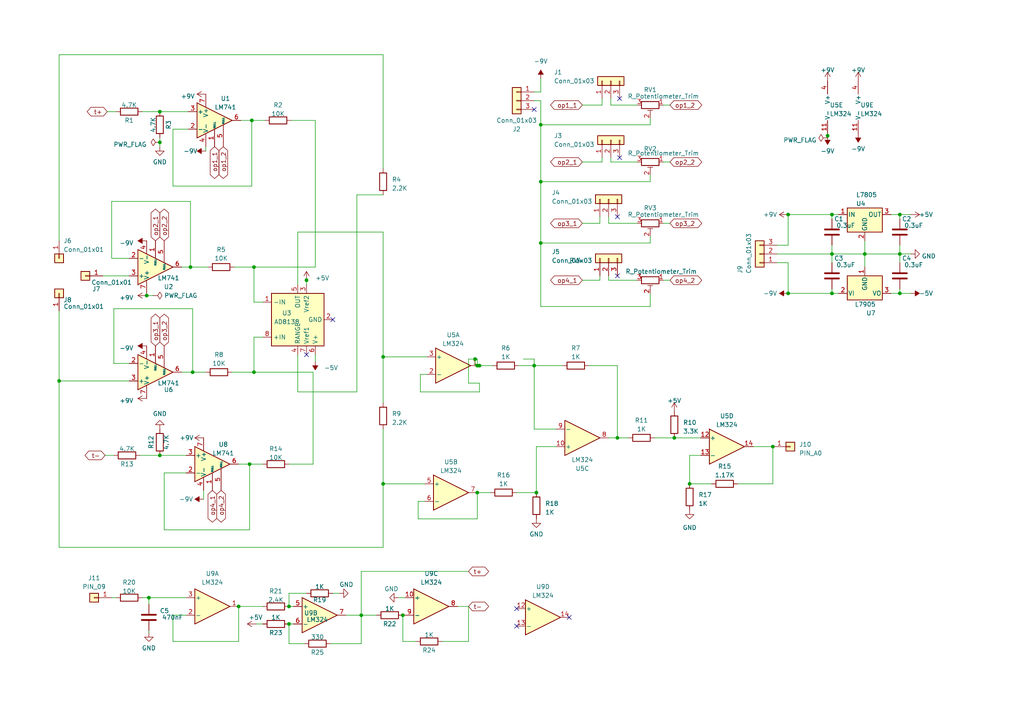
<source format=kicad_sch>
(kicad_sch (version 20230121) (generator eeschema)
  (paper "A4")
  (title_block (title "Fully Differential Potentiostat") (date "2023-05-15") (rev "1.0") (company "Felipe Avila Silva"))
  (lib_symbols
    (symbol "Amplifier_Difference:AD8207"
      (property "Reference" "U" (at -7.62 10.795 0))
      (property "Value" "AD8207" (at -7.62 8.89 0))
      (symbol "AD8207_0_1"
        (rectangle (start -7.62 7.62) (end 7.62 -7.62) (stroke (width 0.254)) (fill (type background)))
      )
      (symbol "AD8207_1_1"
        (pin input line (at 5.08 10.16 270) (length 2.54) (name "-IN") (number "1"))
        (pin power_in line (at 0 -10.16 90) (length 2.54) (name "GND") (number "2"))
        (pin input line (at 10.16 -2.54 180) (length 2.54) (name "Vref2") (number "3"))
        (pin input line (at -10.16 0 0) (length 2.54) (name "RANGE") (number "4"))
        (pin output line (at 10.16 0 180) (length 2.54) (name "OUT") (number "5"))
        (pin power_in line (at -10.16 -5.08 0) (length 2.54) (name "V+") (number "6"))
        (pin input line (at -10.16 -2.54 0) (length 2.54) (name "Vref1") (number "7"))
        (pin input line (at -5.08 10.16 270) (length 2.54) (name "+IN") (number "8"))
      )
    )
    (symbol "Amplifier_Operational:LM324" (pin_names (offset 0.127))
      (property "Reference" "U" (at 0 5.08 0))
      (property "Value" "LM324" (at 0 -5.08 0))
      (symbol "LM324_1_1"
        (polyline (pts (xy -5.08 5.08) (xy 5.08 0) (xy -5.08 -5.08) (xy -5.08 5.08)) (stroke (width 0.254)) (fill (type background)))
        (pin output line (at 7.62 0 180) (length 2.54) (name "~") (number "1"))
        (pin input line (at -7.62 -2.54 0) (length 2.54) (name "-") (number "2"))
        (pin input line (at -7.62 2.54 0) (length 2.54) (name "+") (number "3"))
      )
      (symbol "LM324_2_1"
        (polyline (pts (xy -5.08 5.08) (xy 5.08 0) (xy -5.08 -5.08) (xy -5.08 5.08)) (stroke (width 0.254)) (fill (type background)))
        (pin input line (at -7.62 2.54 0) (length 2.54) (name "+") (number "5"))
        (pin input line (at -7.62 -2.54 0) (length 2.54) (name "-") (number "6"))
        (pin output line (at 7.62 0 180) (length 2.54) (name "~") (number "7"))
      )
      (symbol "LM324_3_1"
        (polyline (pts (xy -5.08 5.08) (xy 5.08 0) (xy -5.08 -5.08) (xy -5.08 5.08)) (stroke (width 0.254)) (fill (type background)))
        (pin input line (at -7.62 2.54 0) (length 2.54) (name "+") (number "10"))
        (pin output line (at 7.62 0 180) (length 2.54) (name "~") (number "8"))
        (pin input line (at -7.62 -2.54 0) (length 2.54) (name "-") (number "9"))
      )
      (symbol "LM324_4_1"
        (polyline (pts (xy -5.08 5.08) (xy 5.08 0) (xy -5.08 -5.08) (xy -5.08 5.08)) (stroke (width 0.254)) (fill (type background)))
        (pin input line (at -7.62 2.54 0) (length 2.54) (name "+") (number "12"))
        (pin input line (at -7.62 -2.54 0) (length 2.54) (name "-") (number "13"))
        (pin output line (at 7.62 0 180) (length 2.54) (name "~") (number "14"))
      )
      (symbol "LM324_5_1"
        (pin power_in line (at -2.54 -7.62 90) (length 3.81) (name "V-") (number "11"))
        (pin power_in line (at -2.54 7.62 270) (length 3.81) (name "V+") (number "4"))
      )
    )
    (symbol "Amplifier_Operational:LM741" (pin_names (offset 0.127))
      (property "Reference" "U" (at 0 6.35 0))
      (property "Value" "LM741" (at 0 3.81 0))
      (symbol "LM741_0_1"
        (polyline (pts (xy -5.08 5.08) (xy 5.08 0) (xy -5.08 -5.08) (xy -5.08 5.08)) (stroke (width 0.254)) (fill (type background)))
      )
      (symbol "LM741_1_1"
        (pin input line (at 0 -7.62 90) (length 5.08) (name "NULL") (number "1"))
        (pin input line (at -7.62 -2.54 0) (length 2.54) (name "-") (number "2"))
        (pin input line (at -7.62 2.54 0) (length 2.54) (name "+") (number "3"))
        (pin power_in line (at -2.54 -7.62 90) (length 3.81) (name "V-") (number "4"))
        (pin input line (at 2.54 -7.62 90) (length 6.35) (name "NULL") (number "5"))
        (pin output line (at 7.62 0 180) (length 2.54) (name "~") (number "6"))
        (pin power_in line (at -2.54 7.62 270) (length 3.81) (name "V+") (number "7"))
        (pin no_connect line (at 0 2.54 270) (length 2.54) hide (name "NC") (number "8"))
      )
    )
    (symbol "Connector_Generic:Conn_01x01" (pin_names (offset 1.016) hide)
      (property "Reference" "J" (at 0 2.54 0))
      (property "Value" "Conn_01x01" (at 0 -2.54 0))
      (symbol "Conn_01x01_1_1"
        (rectangle (start -1.27 0.127) (end 0 -0.127) (stroke (width 0.1524)))
        (rectangle (start -1.27 1.27) (end 1.27 -1.27) (stroke (width 0.254)) (fill (type background)))
        (pin passive line (at -5.08 0 0) (length 3.81) (name "Pin_1") (number "1"))
      )
    )
    (symbol "Connector_Generic:Conn_01x03" (pin_names (offset 1.016) hide)
      (property "Reference" "J" (at 0 5.08 0))
      (property "Value" "Conn_01x03" (at 0 -5.08 0))
      (symbol "Conn_01x03_1_1"
        (rectangle (start -1.27 -2.413) (end 0 -2.667) (stroke (width 0.1524)))
        (rectangle (start -1.27 0.127) (end 0 -0.127) (stroke (width 0.1524)))
        (rectangle (start -1.27 2.667) (end 0 2.413) (stroke (width 0.1524)))
        (rectangle (start -1.27 3.81) (end 1.27 -3.81) (stroke (width 0.254)) (fill (type background)))
        (pin passive line (at -5.08 2.54 0) (length 3.81) (name "Pin_1") (number "1"))
        (pin passive line (at -5.08 0 0) (length 3.81) (name "Pin_2") (number "2"))
        (pin passive line (at -5.08 -2.54 0) (length 3.81) (name "Pin_3") (number "3"))
      )
    )
    (symbol "Device:C" (pin_numbers hide) (pin_names (offset 0.254))
      (property "Reference" "C" (at 0.635 2.54 0))
      (property "Value" "C" (at 0.635 -2.54 0))
      (symbol "C_0_1"
        (polyline (pts (xy -2.032 -0.762) (xy 2.032 -0.762)) (stroke (width 0.508)))
        (polyline (pts (xy -2.032 0.762) (xy 2.032 0.762)) (stroke (width 0.508)))
      )
      (symbol "C_1_1"
        (pin passive line (at 0 3.81 270) (length 2.794) (name "~") (number "1"))
        (pin passive line (at 0 -3.81 90) (length 2.794) (name "~") (number "2"))
      )
    )
    (symbol "Device:R" (pin_numbers hide) (pin_names (offset 0))
      (property "Reference" "R" (at 2.032 0 90))
      (property "Value" "R" (at 0 0 90))
      (symbol "R_0_1"
        (rectangle (start -1.016 -2.54) (end 1.016 2.54) (stroke (width 0.254)))
      )
      (symbol "R_1_1"
        (pin passive line (at 0 3.81 270) (length 1.27) (name "~") (number "1"))
        (pin passive line (at 0 -3.81 90) (length 1.27) (name "~") (number "2"))
      )
    )
    (symbol "Device:R_Potentiometer_Trim" (pin_names (offset 1.016) hide)
      (property "Reference" "RV" (at -4.445 0 90))
      (property "Value" "R_Potentiometer_Trim" (at -2.54 0 90))
      (symbol "R_Potentiometer_Trim_0_1"
        (polyline (pts (xy 1.524 0.762) (xy 1.524 -0.762)))
        (polyline (pts (xy 2.54 0) (xy 1.524 0)))
        (rectangle (start 1.016 2.54) (end -1.016 -2.54) (stroke (width 0.254)))
      )
      (symbol "R_Potentiometer_Trim_1_1"
        (pin passive line (at 0 3.81 270) (length 1.27) (name "1") (number "1"))
        (pin passive line (at 3.81 0 180) (length 1.27) (name "2") (number "2"))
        (pin passive line (at 0 -3.81 90) (length 1.27) (name "3") (number "3"))
      )
    )
    (symbol "Regulator_Linear:L7805" (pin_names (offset 0.254))
      (property "Reference" "U" (at -3.81 3.175 0))
      (property "Value" "L7805" (at 0 3.175 0))
      (symbol "L7805_0_1"
        (rectangle (start -5.08 1.905) (end 5.08 -5.08) (stroke (width 0.254)) (fill (type background)))
      )
      (symbol "L7805_1_1"
        (pin power_in line (at -7.62 0 0) (length 2.54) (name "IN") (number "1"))
        (pin power_in line (at 0 -7.62 90) (length 2.54) (name "GND") (number "2"))
        (pin power_out line (at 7.62 0 180) (length 2.54) (name "OUT") (number "3"))
      )
    )
    (symbol "Regulator_Linear:L7905" (pin_names (offset 0.254))
      (property "Reference" "U" (at -3.81 -3.175 0))
      (property "Value" "L7905" (at 0 -3.175 0))
      (symbol "L7905_0_1"
        (rectangle (start -5.08 5.08) (end 5.08 -1.905) (stroke (width 0.254)) (fill (type background)))
      )
      (symbol "L7905_1_1"
        (pin power_in line (at 0 7.62 270) (length 2.54) (name "GND") (number "1"))
        (pin power_in line (at -7.62 0 0) (length 2.54) (name "VI") (number "2"))
        (pin power_out line (at 7.62 0 180) (length 2.54) (name "VO") (number "3"))
      )
    )
    (symbol "power:+5V" (power) (pin_names (offset 0))
      (property "Value" "+5V" (at 0 3.556 0))
      (symbol "+5V_0_1"
        (polyline (pts (xy -0.762 1.27) (xy 0 2.54)))
        (polyline (pts (xy 0 0) (xy 0 2.54)))
        (polyline (pts (xy 0 2.54) (xy 0.762 1.27)))
      )
      (symbol "+5V_1_1"
        (pin power_in line (at 0 0 90) (length 0) hide (name "+5V") (number "1"))
      )
    )
    (symbol "power:+9V" (power) (pin_names (offset 0))
      (property "Value" "+9V" (at 0 3.556 0))
      (symbol "+9V_0_1"
        (polyline (pts (xy -0.762 1.27) (xy 0 2.54)))
        (polyline (pts (xy 0 0) (xy 0 2.54)))
        (polyline (pts (xy 0 2.54) (xy 0.762 1.27)))
      )
      (symbol "+9V_1_1"
        (pin power_in line (at 0 0 90) (length 0) hide (name "+9V") (number "1"))
      )
    )
    (symbol "power:-5V" (power) (pin_names (offset 0))
      (property "Value" "-5V" (at 0 3.81 0))
      (symbol "-5V_0_0"
        (pin power_in line (at 0 0 90) (length 0) hide (name "-5V") (number "1"))
      )
      (symbol "-5V_0_1"
        (polyline (pts (xy 0 0) (xy 0 1.27) (xy 0.762 1.27) (xy 0 2.54) (xy -0.762 1.27) (xy 0 1.27)) (fill (type outline)))
      )
    )
    (symbol "power:-9V" (power) (pin_names (offset 0))
      (property "Value" "-9V" (at 0 3.81 0))
      (symbol "-9V_0_1"
        (polyline (pts (xy 0 0) (xy 0 2.54)))
        (polyline (pts (xy 0.762 1.27) (xy -0.762 1.27) (xy 0 2.54) (xy 0.762 1.27)) (fill (type outline)))
      )
      (symbol "-9V_1_1"
        (pin power_in line (at 0 0 90) (length 0) hide (name "-9V") (number "1"))
      )
    )
    (symbol "power:GND" (power) (pin_names (offset 0))
      (property "Value" "GND" (at 0 -3.81 0))
      (symbol "GND_0_1"
        (polyline (pts (xy 0 0) (xy 0 -1.27) (xy 1.27 -1.27) (xy 0 -2.54) (xy -1.27 -1.27) (xy 0 -1.27)))
      )
      (symbol "GND_1_1"
        (pin power_in line (at 0 0 270) (length 0) hide (name "GND") (number "1"))
      )
    )
    (symbol "power:PWR_FLAG" (power) (pin_numbers hide) (pin_names (offset 0) hide)
      (property "Value" "PWR_FLAG" (at 0 3.81 0))
      (symbol "PWR_FLAG_0_0"
        (pin power_out line (at 0 0 90) (length 0) (name "pwr") (number "1"))
      )
      (symbol "PWR_FLAG_0_1"
        (polyline (pts (xy 0 0) (xy 0 1.27) (xy -1.016 1.905) (xy 0 2.54) (xy 1.016 1.905) (xy 0 1.27)))
      )
    )
  )
  (junction (at 46.355 32.385))
  (junction (at 154.94 106.045))
  (junction (at 156.845 52.705))
  (junction (at 55.88 107.95))
  (junction (at 17.145 110.49))
  (junction (at 250.825 73.66))
  (junction (at 240.03 39.37))
  (junction (at 104.775 178.435))
  (junction (at 228.6 62.23))
  (junction (at 73.66 77.47))
  (junction (at 156.845 36.195))
  (junction (at 139.065 106.045))
  (junction (at 241.3 73.66))
  (junction (at 42.545 85.725))
  (junction (at 138.43 106.045))
  (junction (at 83.82 180.975))
  (junction (at 241.3 62.23))
  (junction (at 73.025 34.925))
  (junction (at 155.575 142.875))
  (junction (at 228.6 85.09))
  (junction (at 88.9 81.28))
  (junction (at 200.025 140.335))
  (junction (at 179.07 127))
  (junction (at 55.245 77.47))
  (junction (at 46.355 132.08))
  (junction (at 72.39 134.62))
  (junction (at 116.84 178.435))
  (junction (at 69.215 175.895))
  (junction (at 224.155 129.54))
  (junction (at 156.845 70.485))
  (junction (at 46.355 41.275))
  (junction (at 73.66 107.95))
  (junction (at 43.18 173.355))
  (junction (at 138.43 142.875))
  (junction (at 83.82 175.895))
  (junction (at 137.795 104.14))
  (junction (at 260.985 73.66))
  (junction (at 195.58 127))
  (junction (at 260.985 62.23))
  (junction (at 241.3 85.09))
  (junction (at 111.125 140.335))
  (junction (at 111.125 103.505))
  (junction (at 260.985 85.09))
  (no_connect (at 149.86 176.53))
  (no_connect (at 179.07 62.865))
  (no_connect (at 179.705 28.575))
  (no_connect (at 88.9 102.87))
  (no_connect (at 154.94 31.75))
  (no_connect (at 179.07 80.01))
  (no_connect (at 179.705 45.72))
  (no_connect (at 149.86 181.61))
  (no_connect (at 165.1 179.07))
  (no_connect (at 96.52 92.71))
  (wire (pts (xy 52.705 107.95) (xy 55.88 107.95)))
  (wire (pts (xy 91.44 34.925) (xy 84.455 34.925)))
  (wire (pts (xy 90.805 134.62) (xy 83.82 134.62)))
  (wire (pts (xy 241.3 73.66) (xy 241.3 76.2)))
  (wire (pts (xy 161.29 129.54) (xy 155.575 129.54)))
  (wire (pts (xy 128.27 186.055) (xy 135.89 186.055)))
  (wire (pts (xy 59.055 142.24) (xy 59.055 144.78)))
  (wire (pts (xy 86.36 82.55) (xy 86.36 67.31)))
  (wire (pts (xy 228.6 76.2) (xy 228.6 85.09)))
  (wire (pts (xy 176.53 81.28) (xy 184.785 81.28)))
  (wire (pts (xy 195.58 127) (xy 203.2 127)))
  (wire (pts (xy 111.125 140.335) (xy 123.19 140.335)))
  (wire (pts (xy 33.02 105.41) (xy 37.465 105.41)))
  (wire (pts (xy 111.125 15.875) (xy 17.145 15.875)))
  (wire (pts (xy 168.91 46.99) (xy 174.625 46.99)))
  (wire (pts (xy 258.445 85.09) (xy 260.985 85.09)))
  (wire (pts (xy 260.985 71.12) (xy 260.985 73.66)))
  (wire (pts (xy 50.165 37.465) (xy 50.165 53.975)))
  (wire (pts (xy 83.82 172.085) (xy 83.82 175.895)))
  (wire (pts (xy 228.6 62.23) (xy 241.3 62.23)))
  (wire (pts (xy 155.575 129.54) (xy 155.575 142.875)))
  (wire (pts (xy 179.07 127) (xy 182.245 127)))
  (wire (pts (xy 32.385 74.93) (xy 32.385 58.42)))
  (wire (pts (xy 46.355 132.08) (xy 53.975 132.08)))
  (wire (pts (xy 200.025 140.335) (xy 206.375 140.335)))
  (wire (pts (xy 225.425 71.12) (xy 228.6 71.12)))
  (wire (pts (xy 88.9 80.645) (xy 88.9 81.28)))
  (wire (pts (xy 161.29 124.46) (xy 154.94 124.46)))
  (wire (pts (xy 69.85 34.925) (xy 73.025 34.925)))
  (wire (pts (xy 121.92 113.665) (xy 139.065 113.665)))
  (wire (pts (xy 139.065 106.045) (xy 142.875 106.045)))
  (wire (pts (xy 260.985 85.09) (xy 264.16 85.09)))
  (wire (pts (xy 154.94 106.045) (xy 150.495 106.045)))
  (wire (pts (xy 76.2 87.63) (xy 73.66 87.63)))
  (wire (pts (xy 260.985 73.66) (xy 260.985 76.2)))
  (wire (pts (xy 138.43 150.495) (xy 138.43 142.875)))
  (wire (pts (xy 173.99 64.77) (xy 173.99 62.865)))
  (wire (pts (xy 43.18 173.355) (xy 53.975 173.355)))
  (wire (pts (xy 55.245 58.42) (xy 55.245 77.47)))
  (wire (pts (xy 173.99 80.01) (xy 173.99 81.28)))
  (wire (pts (xy 156.845 36.195) (xy 156.845 52.705)))
  (wire (pts (xy 241.3 85.09) (xy 241.3 83.82)))
  (wire (pts (xy 156.845 70.485) (xy 156.845 88.9)))
  (wire (pts (xy 260.985 83.82) (xy 260.985 85.09)))
  (wire (pts (xy 225.425 76.2) (xy 228.6 76.2)))
  (wire (pts (xy 83.82 180.975) (xy 83.82 186.69)))
  (wire (pts (xy 250.825 73.66) (xy 250.825 69.85)))
  (wire (pts (xy 46.355 32.385) (xy 54.61 32.385)))
  (wire (pts (xy 260.985 62.23) (xy 264.16 62.23)))
  (wire (pts (xy 154.94 124.46) (xy 154.94 106.045)))
  (wire (pts (xy 224.155 129.54) (xy 218.44 129.54)))
  (wire (pts (xy 123.825 103.505) (xy 111.125 103.505)))
  (wire (pts (xy 188.595 85.09) (xy 188.595 88.9)))
  (wire (pts (xy 111.125 158.75) (xy 111.125 140.335)))
  (wire (pts (xy 67.31 107.95) (xy 73.66 107.95)))
  (wire (pts (xy 33.02 105.41) (xy 33.02 89.535)))
  (wire (pts (xy 73.66 107.95) (xy 73.66 97.79)))
  (wire (pts (xy 55.245 77.47) (xy 52.705 77.47)))
  (wire (pts (xy 17.145 15.875) (xy 17.145 69.85)))
  (wire (pts (xy 121.285 150.495) (xy 138.43 150.495)))
  (wire (pts (xy 170.815 106.045) (xy 179.07 106.045)))
  (wire (pts (xy 168.91 81.28) (xy 173.99 81.28)))
  (wire (pts (xy 43.18 175.26) (xy 43.18 173.355)))
  (wire (pts (xy 200.025 132.08) (xy 200.025 140.335)))
  (wire (pts (xy 90.805 107.95) (xy 73.66 107.95)))
  (wire (pts (xy 189.865 127) (xy 195.58 127)))
  (wire (pts (xy 17.145 158.75) (xy 111.125 158.75)))
  (wire (pts (xy 188.595 52.705) (xy 156.845 52.705)))
  (wire (pts (xy 42.545 85.725) (xy 42.545 85.09)))
  (wire (pts (xy 73.66 97.79) (xy 76.2 97.79)))
  (wire (pts (xy 168.91 30.48) (xy 174.625 30.48)))
  (wire (pts (xy 91.44 102.87) (xy 91.44 104.775)))
  (wire (pts (xy 17.145 110.49) (xy 17.145 158.75)))
  (wire (pts (xy 240.03 39.37) (xy 240.03 38.735)))
  (wire (pts (xy 156.845 29.21) (xy 156.845 36.195)))
  (wire (pts (xy 120.65 186.055) (xy 116.84 186.055)))
  (wire (pts (xy 103.505 113.665) (xy 103.505 56.515)))
  (wire (pts (xy 116.84 186.055) (xy 116.84 178.435)))
  (wire (pts (xy 154.94 26.67) (xy 156.845 26.67)))
  (wire (pts (xy 138.43 106.045) (xy 138.43 104.14)))
  (wire (pts (xy 123.19 145.415) (xy 121.285 145.415)))
  (wire (pts (xy 32.385 173.355) (xy 33.655 173.355)))
  (wire (pts (xy 104.775 178.435) (xy 109.22 178.435)))
  (wire (pts (xy 86.36 113.665) (xy 103.505 113.665)))
  (wire (pts (xy 224.155 140.335) (xy 224.155 129.54)))
  (wire (pts (xy 241.3 62.23) (xy 243.205 62.23)))
  (wire (pts (xy 17.145 90.17) (xy 17.145 110.49)))
  (wire (pts (xy 228.6 71.12) (xy 228.6 62.23)))
  (wire (pts (xy 154.94 29.21) (xy 156.845 29.21)))
  (wire (pts (xy 55.88 89.535) (xy 55.88 107.95)))
  (wire (pts (xy 37.465 110.49) (xy 17.145 110.49)))
  (wire (pts (xy 72.39 134.62) (xy 76.2 134.62)))
  (wire (pts (xy 139.065 106.045) (xy 138.43 106.045)))
  (wire (pts (xy 135.89 111.125) (xy 135.89 104.14)))
  (wire (pts (xy 50.165 178.435) (xy 50.165 186.055)))
  (wire (pts (xy 69.215 134.62) (xy 72.39 134.62)))
  (wire (pts (xy 137.795 106.045) (xy 137.795 104.14)))
  (wire (pts (xy 73.66 77.47) (xy 91.44 77.47)))
  (wire (pts (xy 86.36 67.31) (xy 111.125 67.31)))
  (wire (pts (xy 47.625 137.16) (xy 47.625 153.67)))
  (wire (pts (xy 88.9 82.55) (xy 88.9 81.28)))
  (wire (pts (xy 46.355 41.275) (xy 46.355 40.005)))
  (wire (pts (xy 139.065 113.665) (xy 139.065 111.125)))
  (wire (pts (xy 149.86 142.875) (xy 155.575 142.875)))
  (wire (pts (xy 241.3 73.66) (xy 250.825 73.66)))
  (wire (pts (xy 88.265 186.69) (xy 83.82 186.69)))
  (wire (pts (xy 177.165 45.72) (xy 177.165 46.99)))
  (wire (pts (xy 241.3 63.5) (xy 241.3 62.23)))
  (wire (pts (xy 135.89 186.055) (xy 135.89 175.895)))
  (wire (pts (xy 72.39 134.62) (xy 72.39 153.67)))
  (wire (pts (xy 138.43 104.14) (xy 137.795 104.14)))
  (wire (pts (xy 90.805 134.62) (xy 90.805 107.95)))
  (wire (pts (xy 69.215 175.895) (xy 76.2 175.895)))
  (wire (pts (xy 41.275 32.385) (xy 46.355 32.385)))
  (wire (pts (xy 225.425 73.66) (xy 241.3 73.66)))
  (wire (pts (xy 37.465 74.93) (xy 32.385 74.93)))
  (wire (pts (xy 176.53 62.865) (xy 176.53 64.77)))
  (wire (pts (xy 40.64 132.08) (xy 46.355 132.08)))
  (wire (pts (xy 194.31 46.99) (xy 192.405 46.99)))
  (wire (pts (xy 260.985 62.23) (xy 260.985 63.5)))
  (wire (pts (xy 188.595 36.195) (xy 188.595 34.29)))
  (wire (pts (xy 260.985 73.66) (xy 264.16 73.66)))
  (wire (pts (xy 177.165 30.48) (xy 184.785 30.48)))
  (wire (pts (xy 46.355 42.545) (xy 46.355 41.275)))
  (wire (pts (xy 104.775 165.735) (xy 104.775 178.435)))
  (wire (pts (xy 91.44 34.925) (xy 91.44 77.47)))
  (wire (pts (xy 29.845 80.01) (xy 37.465 80.01)))
  (wire (pts (xy 83.82 175.895) (xy 85.09 175.895)))
  (wire (pts (xy 59.69 42.545) (xy 59.69 43.815)))
  (wire (pts (xy 240.03 39.37) (xy 240.03 40.005)))
  (wire (pts (xy 95.885 186.69) (xy 104.775 186.69)))
  (wire (pts (xy 194.31 64.77) (xy 192.405 64.77)))
  (wire (pts (xy 174.625 28.575) (xy 174.625 30.48)))
  (wire (pts (xy 50.165 53.975) (xy 73.025 53.975)))
  (wire (pts (xy 111.125 140.335) (xy 111.125 124.46)))
  (wire (pts (xy 41.275 173.355) (xy 43.18 173.355)))
  (wire (pts (xy 115.57 173.355) (xy 117.475 173.355)))
  (wire (pts (xy 154.94 104.14) (xy 151.765 104.14)))
  (wire (pts (xy 121.285 145.415) (xy 121.285 150.495)))
  (wire (pts (xy 86.36 102.87) (xy 86.36 113.665)))
  (wire (pts (xy 177.165 28.575) (xy 177.165 30.48)))
  (wire (pts (xy 73.025 34.925) (xy 76.835 34.925)))
  (wire (pts (xy 32.385 58.42) (xy 55.245 58.42)))
  (wire (pts (xy 69.215 175.895) (xy 69.215 186.055)))
  (wire (pts (xy 138.43 106.045) (xy 137.795 106.045)))
  (wire (pts (xy 135.89 165.735) (xy 104.775 165.735)))
  (wire (pts (xy 50.165 186.055) (xy 69.215 186.055)))
  (wire (pts (xy 188.595 88.9) (xy 156.845 88.9)))
  (wire (pts (xy 177.165 46.99) (xy 184.785 46.99)))
  (wire (pts (xy 176.53 127) (xy 179.07 127)))
  (wire (pts (xy 243.205 85.09) (xy 241.3 85.09)))
  (wire (pts (xy 121.92 108.585) (xy 121.92 113.665)))
  (wire (pts (xy 73.66 87.63) (xy 73.66 77.47)))
  (wire (pts (xy 258.445 62.23) (xy 260.985 62.23)))
  (wire (pts (xy 31.115 32.385) (xy 33.655 32.385)))
  (wire (pts (xy 203.2 132.08) (xy 200.025 132.08)))
  (wire (pts (xy 228.6 85.09) (xy 241.3 85.09)))
  (wire (pts (xy 53.975 137.16) (xy 47.625 137.16)))
  (wire (pts (xy 55.245 77.47) (xy 60.325 77.47)))
  (wire (pts (xy 111.125 67.31) (xy 111.125 103.505)))
  (wire (pts (xy 74.295 180.975) (xy 76.2 180.975)))
  (wire (pts (xy 154.94 106.045) (xy 163.195 106.045)))
  (wire (pts (xy 139.065 111.125) (xy 135.89 111.125)))
  (wire (pts (xy 194.31 81.28) (xy 192.405 81.28)))
  (wire (pts (xy 53.975 178.435) (xy 50.165 178.435)))
  (wire (pts (xy 241.3 71.12) (xy 241.3 73.66)))
  (wire (pts (xy 194.31 30.48) (xy 192.405 30.48)))
  (wire (pts (xy 176.53 80.01) (xy 176.53 81.28)))
  (wire (pts (xy 213.995 140.335) (xy 224.155 140.335)))
  (wire (pts (xy 138.43 142.875) (xy 142.24 142.875)))
  (wire (pts (xy 176.53 64.77) (xy 184.785 64.77)))
  (wire (pts (xy 250.825 77.47) (xy 250.825 73.66)))
  (wire (pts (xy 174.625 45.72) (xy 174.625 46.99)))
  (wire (pts (xy 135.89 175.895) (xy 132.715 175.895)))
  (wire (pts (xy 154.94 106.045) (xy 154.94 104.14)))
  (wire (pts (xy 188.595 70.485) (xy 156.845 70.485)))
  (wire (pts (xy 111.125 103.505) (xy 111.125 116.84)))
  (wire (pts (xy 137.795 104.14) (xy 135.89 104.14)))
  (wire (pts (xy 188.595 68.58) (xy 188.595 70.485)))
  (wire (pts (xy 188.595 50.8) (xy 188.595 52.705)))
  (wire (pts (xy 156.845 52.705) (xy 156.845 70.485)))
  (wire (pts (xy 168.91 64.77) (xy 173.99 64.77)))
  (wire (pts (xy 54.61 37.465) (xy 50.165 37.465)))
  (wire (pts (xy 156.845 22.86) (xy 156.845 26.67)))
  (wire (pts (xy 156.845 36.195) (xy 188.595 36.195)))
  (wire (pts (xy 123.825 108.585) (xy 121.92 108.585)))
  (wire (pts (xy 117.475 178.435) (xy 116.84 178.435)))
  (wire (pts (xy 30.48 132.08) (xy 33.02 132.08)))
  (wire (pts (xy 103.505 56.515) (xy 111.125 56.515)))
  (wire (pts (xy 111.125 48.895) (xy 111.125 15.875)))
  (wire (pts (xy 67.945 77.47) (xy 73.66 77.47)))
  (wire (pts (xy 98.425 172.085) (xy 96.52 172.085)))
  (wire (pts (xy 47.625 153.67) (xy 72.39 153.67)))
  (wire (pts (xy 104.775 186.69) (xy 104.775 178.435)))
  (wire (pts (xy 44.45 85.725) (xy 42.545 85.725)))
  (wire (pts (xy 100.33 178.435) (xy 104.775 178.435)))
  (wire (pts (xy 55.88 107.95) (xy 59.69 107.95)))
  (wire (pts (xy 83.82 172.085) (xy 88.9 172.085)))
  (wire (pts (xy 83.82 180.975) (xy 85.09 180.975)))
  (wire (pts (xy 179.07 106.045) (xy 179.07 127)))
  (wire (pts (xy 73.025 34.925) (xy 73.025 53.975)))
  (wire (pts (xy 43.18 183.515) (xy 43.18 182.88)))
  (wire (pts (xy 250.825 73.66) (xy 260.985 73.66)))
  (wire (pts (xy 33.02 89.535) (xy 55.88 89.535)))
  (global_label "t+" (shape bidirectional) (at 135.89 165.735 0) (property "Intersheetrefs" "${INTERSHEET_REFS}" (effects hide)))
  (global_label "op2_2" (shape bidirectional) (at 194.31 46.99 0) (property "Intersheetrefs" "${INTERSHEET_REFS}" (effects hide)))
  (global_label "op3_1" (shape bidirectional) (at 168.91 64.77 180) (property "Intersheetrefs" "${INTERSHEET_REFS}" (effects hide)))
  (global_label "op3_2" (shape bidirectional) (at 194.31 64.77 0) (property "Intersheetrefs" "${INTERSHEET_REFS}" (effects hide)))
  (global_label "op1_1" (shape bidirectional) (at 168.91 30.48 180) (property "Intersheetrefs" "${INTERSHEET_REFS}" (effects hide)))
  (global_label "op3_1" (shape bidirectional) (at 45.085 100.33 90) (property "Intersheetrefs" "${INTERSHEET_REFS}" (effects hide)))
  (global_label "t+" (shape bidirectional) (at 31.115 32.385 180) (property "Intersheetrefs" "${INTERSHEET_REFS}" (effects hide)))
  (global_label "op4_1" (shape bidirectional) (at 168.91 81.28 180) (property "Intersheetrefs" "${INTERSHEET_REFS}" (effects hide)))
  (global_label "op2_1" (shape bidirectional) (at 45.085 69.85 90) (property "Intersheetrefs" "${INTERSHEET_REFS}" (effects hide)))
  (global_label "op3_2" (shape bidirectional) (at 47.625 100.33 90) (property "Intersheetrefs" "${INTERSHEET_REFS}" (effects hide)))
  (global_label "op1_2" (shape bidirectional) (at 64.77 42.545 270) (property "Intersheetrefs" "${INTERSHEET_REFS}" (effects hide)))
  (global_label "op4_2" (shape bidirectional) (at 194.31 81.28 0) (property "Intersheetrefs" "${INTERSHEET_REFS}" (effects hide)))
  (global_label "t-" (shape bidirectional) (at 135.89 175.895 0) (property "Intersheetrefs" "${INTERSHEET_REFS}" (effects hide)))
  (global_label "op1_1" (shape bidirectional) (at 62.23 42.545 270) (property "Intersheetrefs" "${INTERSHEET_REFS}" (effects hide)))
  (global_label "op4_2" (shape bidirectional) (at 64.135 142.24 270) (property "Intersheetrefs" "${INTERSHEET_REFS}" (effects hide)))
  (global_label "op2_1" (shape bidirectional) (at 168.91 46.99 180) (property "Intersheetrefs" "${INTERSHEET_REFS}" (effects hide)))
  (global_label "op4_1" (shape bidirectional) (at 61.595 142.24 270) (property "Intersheetrefs" "${INTERSHEET_REFS}" (effects hide)))
  (global_label "t-" (shape bidirectional) (at 30.48 132.08 180) (property "Intersheetrefs" "${INTERSHEET_REFS}" (effects hide)))
  (global_label "op2_2" (shape bidirectional) (at 47.625 69.85 90) (property "Intersheetrefs" "${INTERSHEET_REFS}" (effects hide)))
  (global_label "op1_2" (shape bidirectional) (at 194.31 30.48 0) (property "Intersheetrefs" "${INTERSHEET_REFS}" (effects hide)))
  (symbol (lib_id "power:PWR_FLAG") (at 44.45 85.725 270) (unit 1)
    (property "Reference" "#FLG02" (effects hide))
    (property "Value" "PWR_FLAG" (at 47.625 85.725 90) (effects (justify left)))
  )
  (symbol (lib_id "power:+5V") (at 264.16 62.23 270) (unit 1)
    (property "Reference" "#PWR09" (effects hide))
    (property "Value" "+5V" (at 268.605 62.23 90))
  )
  (symbol (lib_id "power:GND") (at 155.575 150.495 0) (unit 1)
    (property "Reference" "#PWR023" (effects hide))
    (property "Value" "GND" (at 155.575 154.94 0))
  )
  (symbol (lib_id "power:+9V") (at 42.545 115.57 90) (mirror x) (unit 1)
    (property "Reference" "#PWR013" (effects hide))
    (property "Value" "+9V" (at 38.735 116.205 90) (effects (justify left)))
  )
  (symbol (lib_id "Device:R") (at 111.125 52.705 180) (unit 1)
    (property "Reference" "R4" (at 113.665 52.07 0) (effects (justify right)))
    (property "Value" "2.2K" (at 113.665 54.61 0) (effects (justify right)))
    (property "Footprint" "Resistor_THT:R_Axial_DIN0207_L6.3mm_D2.5mm_P10.16mm_Horizontal" (effects hide))
  )
  (symbol (lib_id "Amplifier_Operational:LM324") (at 157.48 179.07 0) (unit 4)
    (property "Reference" "U9" (at 157.48 170.18 0))
    (property "Value" "LM324" (at 157.48 172.72 0))
    (property "Footprint" "lm324:DIP825W47P254L1917H533Q14" (effects hide))
    (property "Datasheet" "http://www.ti.com/lit/ds/symlink/lm2902-n.pdf" (effects hide))
  )
  (symbol (lib_id "power:+9V") (at 59.69 27.305 90) (unit 1)
    (property "Reference" "#PWR02" (effects hide))
    (property "Value" "+9V" (at 56.515 27.94 90) (effects (justify left)))
  )
  (symbol (lib_id "Amplifier_Operational:LM741") (at 45.085 107.95 0) (mirror x) (unit 1)
    (property "Reference" "U6" (at 48.895 113.03 0))
    (property "Value" "LM741" (at 48.895 111.125 0))
    (property "Footprint" "lm741:DIP794W45P254L959H508Q8" (effects hide))
    (property "Datasheet" "http://www.ti.com/lit/ds/symlink/lm741.pdf" (effects hide))
  )
  (symbol (lib_id "Device:R") (at 186.055 127 270) (unit 1)
    (property "Reference" "R11" (at 186.055 121.92 90))
    (property "Value" "1K" (at 186.055 124.46 90))
    (property "Footprint" "Resistor_THT:R_Axial_DIN0207_L6.3mm_D2.5mm_P10.16mm_Horizontal" (effects hide))
  )
  (symbol (lib_id "power:-9V") (at 42.545 69.85 90) (mirror x) (unit 1)
    (property "Reference" "#PWR05" (effects hide))
    (property "Value" "-9V" (at 38.735 70.485 90) (effects (justify left)))
  )
  (symbol (lib_id "Connector_Generic:Conn_01x01") (at 17.145 74.93 270) (unit 1)
    (property "Reference" "J6" (at 18.415 69.85 90) (effects (justify left)))
    (property "Value" "Conn_01x01" (at 18.415 72.39 90) (effects (justify left)))
    (property "Footprint" "Connector_PinHeader_2.54mm:PinHeader_1x01_P2.54mm_Vertical" (effects hide))
  )
  (symbol (lib_id "power:+9V") (at 42.545 85.725 90) (mirror x) (unit 1)
    (property "Reference" "#PWR07" (effects hide))
    (property "Value" "+9V" (at 38.735 86.36 90) (effects (justify left)))
  )
  (symbol (lib_id "Device:R") (at 146.685 106.045 270) (unit 1)
    (property "Reference" "R6" (at 146.685 100.965 90))
    (property "Value" "1K" (at 146.685 103.505 90))
    (property "Footprint" "Resistor_THT:R_Axial_DIN0207_L6.3mm_D2.5mm_P10.16mm_Horizontal" (effects hide))
  )
  (symbol (lib_id "Amplifier_Operational:LM324") (at 210.82 129.54 0) (unit 4)
    (property "Reference" "U5" (at 210.82 120.65 0))
    (property "Value" "LM324" (at 210.82 123.19 0))
    (property "Footprint" "lm324:DIP825W47P254L1917H533Q14" (effects hide))
    (property "Datasheet" "http://www.ti.com/lit/ds/symlink/lm2902-n.pdf" (effects hide))
  )
  (symbol (lib_id "power:+5V") (at 74.295 180.975 90) (unit 1)
    (property "Reference" "#PWR028" (effects hide))
    (property "Value" "+5V" (at 76.2 179.07 90) (effects (justify left)))
  )
  (symbol (lib_id "Connector_Generic:Conn_01x03") (at 220.345 73.66 180) (unit 1)
    (property "Reference" "J9" (at 214.63 79.375 90) (effects (justify right)))
    (property "Value" "Conn_01x03" (at 217.17 79.375 90) (effects (justify right)))
    (property "Footprint" "Connector_Stocko:Stocko_MKS_1653-6-0-303_1x3_P2.50mm_Vertical" (effects hide))
  )
  (symbol (lib_id "Device:R") (at 146.05 142.875 270) (unit 1)
    (property "Reference" "R16" (at 146.05 137.795 90))
    (property "Value" "1K" (at 146.05 140.335 90))
    (property "Footprint" "Resistor_THT:R_Axial_DIN0207_L6.3mm_D2.5mm_P10.16mm_Horizontal" (effects hide))
  )
  (symbol (lib_id "Amplifier_Operational:LM324") (at 168.91 127 0) (mirror x) (unit 3)
    (property "Reference" "U5" (at 168.91 135.89 0))
    (property "Value" "LM324" (at 168.91 133.35 0))
    (property "Footprint" "lm324:DIP825W47P254L1917H533Q14" (effects hide))
    (property "Datasheet" "http://www.ti.com/lit/ds/symlink/lm2902-n.pdf" (effects hide))
  )
  (symbol (lib_id "power:-9V") (at 248.92 38.735 180) (unit 1)
    (property "Reference" "#PWR024" (effects hide))
    (property "Value" "-9V" (at 248.92 43.18 0))
  )
  (symbol (lib_id "Device:C") (at 241.3 67.31 0) (unit 1)
    (property "Reference" "C1" (at 241.935 63.5 0) (effects (justify left)))
    (property "Value" "0.3uF" (at 242.57 65.405 0) (effects (justify left)))
    (property "Footprint" "Capacitor_THT:CP_Radial_D5.0mm_P2.00mm" (effects hide))
  )
  (symbol (lib_id "Connector_Generic:Conn_01x03") (at 176.53 57.785 90) (unit 1)
    (property "Reference" "J4" (at 160.02 55.88 90) (effects (justify right)))
    (property "Value" "Conn_01x03" (at 160.02 58.42 90) (effects (justify right)))
    (property "Footprint" "Connector_PinHeader_2.54mm:PinHeader_1x03_P2.54mm_Vertical" (effects hide))
  )
  (symbol (lib_id "power:GND") (at 200.025 147.955 0) (unit 1)
    (property "Reference" "#PWR022" (effects hide))
    (property "Value" "GND" (at 200.025 153.035 0))
  )
  (symbol (lib_id "Regulator_Linear:L7805") (at 250.825 62.23 0) (unit 1)
    (property "Reference" "U4" (at 248.285 59.055 0) (effects (justify left)))
    (property "Value" "L7805" (at 248.285 56.515 0) (effects (justify left)))
    (property "Footprint" "l7805:TO255P1020X450X2000-3" (effects hide))
    (property "Datasheet" "http://www.st.com/content/ccc/resource/technical/document/datasheet/41/4f/b3/b0/12/d4/47/88/CD00000444.pdf/files/CD00000444.pdf/jcr:content/translations/en.CD00000444.pdf" (effects hide))
  )
  (symbol (lib_id "Device:R") (at 124.46 186.055 90) (unit 1)
    (property "Reference" "R24" (at 124.46 188.595 90))
    (property "Value" "1K" (at 124.46 184.15 90))
    (property "Footprint" "Resistor_THT:R_Axial_DIN0207_L6.3mm_D2.5mm_P10.16mm_Horizontal" (effects hide))
  )
  (symbol (lib_id "Device:R") (at 64.135 77.47 90) (unit 1)
    (property "Reference" "R5" (at 64.135 72.39 90))
    (property "Value" "10K" (at 64.135 74.93 90))
    (property "Footprint" "Resistor_THT:R_Axial_DIN0207_L6.3mm_D2.5mm_P10.16mm_Horizontal" (effects hide))
  )
  (symbol (lib_id "power:+9V") (at 240.03 23.495 0) (unit 1)
    (property "Reference" "#PWR019" (effects hide))
    (property "Value" "+9V" (at 240.03 20.32 0))
  )
  (symbol (lib_id "Device:R") (at 92.075 186.69 90) (unit 1)
    (property "Reference" "R25" (at 92.075 189.23 90))
    (property "Value" "330" (at 92.075 184.785 90))
    (property "Footprint" "Resistor_THT:R_Axial_DIN0207_L6.3mm_D2.5mm_P10.16mm_Horizontal" (effects hide))
  )
  (symbol (lib_id "Device:R") (at 92.71 172.085 90) (unit 1)
    (property "Reference" "R19" (at 92.71 173.99 90))
    (property "Value" "1K" (at 92.71 170.18 90))
    (property "Footprint" "Resistor_THT:R_Axial_DIN0207_L6.3mm_D2.5mm_P10.16mm_Horizontal" (effects hide))
  )
  (symbol (lib_id "Amplifier_Operational:LM324") (at 251.46 31.115 0) (unit 5)
    (property "Reference" "U9" (at 249.555 30.48 0) (effects (justify left)))
    (property "Value" "LM324" (at 249.555 33.02 0) (effects (justify left)))
    (property "Footprint" "lm324:DIP825W47P254L1917H533Q14" (effects hide))
    (property "Datasheet" "http://www.ti.com/lit/ds/symlink/lm2902-n.pdf" (effects hide))
  )
  (symbol (lib_id "Connector_Generic:Conn_01x03") (at 177.165 23.495 90) (unit 1)
    (property "Reference" "J1" (at 160.655 20.955 90) (effects (justify right)))
    (property "Value" "Conn_01x03" (at 160.655 23.495 90) (effects (justify right)))
    (property "Footprint" "Connector_PinHeader_2.54mm:PinHeader_1x03_P2.54mm_Vertical" (effects hide))
  )
  (symbol (lib_id "power:-5V") (at 264.16 85.09 270) (unit 1)
    (property "Reference" "#PWR016" (effects hide))
    (property "Value" "-5V" (at 268.605 85.09 90))
  )
  (symbol (lib_id "Device:R") (at 200.025 144.145 0) (unit 1)
    (property "Reference" "R17" (at 202.565 143.51 0) (effects (justify left)))
    (property "Value" "1K" (at 202.565 146.05 0) (effects (justify left)))
    (property "Footprint" "Resistor_THT:R_Axial_DIN0207_L6.3mm_D2.5mm_P10.16mm_Horizontal" (effects hide))
  )
  (symbol (lib_id "Amplifier_Operational:LM741") (at 61.595 134.62 0) (unit 1)
    (property "Reference" "U8" (at 64.77 128.905 0))
    (property "Value" "LM741" (at 64.77 131.445 0))
    (property "Footprint" "lm741:DIP794W45P254L959H508Q8" (effects hide))
    (property "Datasheet" "http://www.ti.com/lit/ds/symlink/lm741.pdf" (effects hide))
  )
  (symbol (lib_id "power:GND") (at 46.355 42.545 0) (unit 1)
    (property "Reference" "#PWR03" (effects hide))
    (property "Value" "GND" (at 46.355 46.99 0))
  )
  (symbol (lib_id "power:-9V") (at 59.69 43.815 90) (unit 1)
    (property "Reference" "#PWR04" (effects hide))
    (property "Value" "-9V" (at 55.245 43.815 90))
  )
  (symbol (lib_id "Device:C") (at 260.985 80.01 0) (unit 1)
    (property "Reference" "C4" (at 261.62 74.93 0) (effects (justify left)))
    (property "Value" "0.3uF" (at 262.255 76.835 0) (effects (justify left)))
    (property "Footprint" "Capacitor_THT:CP_Radial_D5.0mm_P2.00mm" (effects hide))
  )
  (symbol (lib_id "Device:R") (at 80.645 34.925 90) (unit 1)
    (property "Reference" "R2" (at 80.645 30.48 90))
    (property "Value" "10K" (at 80.645 33.02 90))
    (property "Footprint" "Resistor_THT:R_Axial_DIN0207_L6.3mm_D2.5mm_P10.16mm_Horizontal" (effects hide))
  )
  (symbol (lib_id "Device:R") (at 195.58 123.19 0) (unit 1)
    (property "Reference" "R10" (at 198.12 122.555 0) (effects (justify left)))
    (property "Value" "3.3K" (at 198.12 125.095 0) (effects (justify left)))
    (property "Footprint" "Resistor_THT:R_Axial_DIN0207_L6.3mm_D2.5mm_P10.16mm_Horizontal" (effects hide))
  )
  (symbol (lib_id "Device:R") (at 63.5 107.95 90) (unit 1)
    (property "Reference" "R8" (at 63.5 102.87 90))
    (property "Value" "10K" (at 63.5 105.41 90))
    (property "Footprint" "Resistor_THT:R_Axial_DIN0207_L6.3mm_D2.5mm_P10.16mm_Horizontal" (effects hide))
  )
  (symbol (lib_id "Device:R") (at 167.005 106.045 270) (unit 1)
    (property "Reference" "R7" (at 167.005 100.965 90))
    (property "Value" "1K" (at 167.005 103.505 90))
    (property "Footprint" "Resistor_THT:R_Axial_DIN0207_L6.3mm_D2.5mm_P10.16mm_Horizontal" (effects hide))
  )
  (symbol (lib_id "power:-9V") (at 228.6 85.09 90) (unit 1)
    (property "Reference" "#PWR015" (effects hide))
    (property "Value" "-9V" (at 225.425 85.09 90) (effects (justify left)))
  )
  (symbol (lib_id "Connector_Generic:Conn_01x03") (at 176.53 74.93 90) (unit 1)
    (property "Reference" "J5" (at 160.02 73.025 90) (effects (justify right)))
    (property "Value" "Conn_01x03" (at 160.02 75.565 90) (effects (justify right)))
    (property "Footprint" "Connector_PinHeader_2.54mm:PinHeader_1x03_P2.54mm_Vertical" (effects hide))
  )
  (symbol (lib_id "Device:C") (at 260.985 67.31 0) (unit 1)
    (property "Reference" "C2" (at 261.62 63.5 0) (effects (justify left)))
    (property "Value" "0.3uF" (at 262.255 65.405 0) (effects (justify left)))
    (property "Footprint" "Capacitor_THT:CP_Radial_D5.0mm_P2.00mm" (effects hide))
  )
  (symbol (lib_id "Amplifier_Operational:LM324") (at 131.445 106.045 0) (unit 1)
    (property "Reference" "U5" (at 131.445 97.155 0))
    (property "Value" "LM324" (at 131.445 99.695 0))
    (property "Footprint" "lm324:DIP825W47P254L1917H533Q14" (effects hide))
    (property "Datasheet" "http://www.ti.com/lit/ds/symlink/lm2902-n.pdf" (effects hide))
  )
  (symbol (lib_id "Device:R_Potentiometer_Trim") (at 188.595 64.77 270) (unit 1)
    (property "Reference" "RV3" (at 188.595 60.325 90))
    (property "Value" "R_Potentiometer_Trim" (at 192.405 62.23 90))
    (property "Footprint" "Potentiometer_THT:Potentiometer_Bourns_3296W_Vertical" (effects hide))
  )
  (symbol (lib_id "Amplifier_Operational:LM324") (at 130.81 142.875 0) (unit 2)
    (property "Reference" "U5" (at 130.81 133.985 0))
    (property "Value" "LM324" (at 130.81 136.525 0))
    (property "Footprint" "lm324:DIP825W47P254L1917H533Q14" (effects hide))
    (property "Datasheet" "http://www.ti.com/lit/ds/symlink/lm2902-n.pdf" (effects hide))
  )
  (symbol (lib_id "power:PWR_FLAG") (at 240.03 40.005 90) (unit 1)
    (property "Reference" "#FLG03" (effects hide))
    (property "Value" "PWR_FLAG" (at 236.855 40.64 90) (effects (justify left)))
  )
  (symbol (lib_id "Connector_Generic:Conn_01x01") (at 229.235 129.54 0) (unit 1)
    (property "Reference" "J10" (at 231.775 128.905 0) (effects (justify left)))
    (property "Value" "PIN_A0" (at 231.775 131.445 0) (effects (justify left)))
    (property "Footprint" "Connector_PinHeader_2.54mm:PinHeader_1x01_P2.54mm_Vertical" (effects hide))
  )
  (symbol (lib_id "Connector_Generic:Conn_01x01") (at 27.305 173.355 180) (unit 1)
    (property "Reference" "J11" (at 27.305 167.64 0))
    (property "Value" "PIN_09" (at 27.305 170.18 0))
    (property "Footprint" "Connector_PinHeader_2.54mm:PinHeader_1x01_P2.54mm_Vertical" (effects hide))
  )
  (symbol (lib_id "power:GND") (at 115.57 173.355 270) (unit 1)
    (property "Reference" "#PWR027" (effects hide))
    (property "Value" "GND" (at 115.57 170.815 90) (effects (justify right)))
  )
  (symbol (lib_id "Device:R") (at 80.01 180.975 90) (unit 1)
    (property "Reference" "R23" (at 80.01 183.515 90))
    (property "Value" "1K" (at 80.01 179.07 90))
    (property "Footprint" "Resistor_THT:R_Axial_DIN0207_L6.3mm_D2.5mm_P10.16mm_Horizontal" (effects hide))
  )
  (symbol (lib_id "power:GND") (at 264.16 73.66 90) (unit 1)
    (property "Reference" "#PWR012" (effects hide))
    (property "Value" "GND" (at 267.335 74.295 90) (effects (justify right)))
  )
  (symbol (lib_id "Connector_Generic:Conn_01x01") (at 17.145 85.09 90) (unit 1)
    (property "Reference" "J8" (at 18.415 86.995 90) (effects (justify right)))
    (property "Value" "Conn_01x01" (at 18.415 88.9 90) (effects (justify right)))
    (property "Footprint" "Connector_PinHeader_2.54mm:PinHeader_1x01_P2.54mm_Vertical" (effects hide))
  )
  (symbol (lib_id "Device:R") (at 113.03 178.435 90) (unit 1)
    (property "Reference" "R22" (at 113.03 180.975 90))
    (property "Value" "1K" (at 113.03 176.53 90))
    (property "Footprint" "Resistor_THT:R_Axial_DIN0207_L6.3mm_D2.5mm_P10.16mm_Horizontal" (effects hide))
  )
  (symbol (lib_id "Device:R") (at 111.125 120.65 180) (unit 1)
    (property "Reference" "R9" (at 113.665 120.015 0) (effects (justify right)))
    (property "Value" "2.2K" (at 113.665 122.555 0) (effects (justify right)))
    (property "Footprint" "Resistor_THT:R_Axial_DIN0207_L6.3mm_D2.5mm_P10.16mm_Horizontal" (effects hide))
  )
  (symbol (lib_id "power:-9V") (at 42.545 100.33 90) (mirror x) (unit 1)
    (property "Reference" "#PWR010" (effects hide))
    (property "Value" "-9V" (at 38.735 100.965 90) (effects (justify left)))
  )
  (symbol (lib_id "Amplifier_Operational:LM741") (at 45.085 77.47 0) (mirror x) (unit 1)
    (property "Reference" "U2" (at 48.895 83.185 0))
    (property "Value" "LM741" (at 48.895 80.645 0))
    (property "Footprint" "lm741:DIP794W45P254L959H508Q8" (effects hide))
    (property "Datasheet" "http://www.ti.com/lit/ds/symlink/lm741.pdf" (effects hide))
  )
  (symbol (lib_id "Device:R") (at 80.01 175.895 90) (unit 1)
    (property "Reference" "R21" (at 80.01 171.45 90))
    (property "Value" "2.4K" (at 80.01 173.99 90))
    (property "Footprint" "Resistor_THT:R_Axial_DIN0207_L6.3mm_D2.5mm_P10.16mm_Horizontal" (effects hide))
  )
  (symbol (lib_id "power:GND") (at 46.355 124.46 180) (unit 1)
    (property "Reference" "#PWR017" (effects hide))
    (property "Value" "GND" (at 46.355 120.015 0))
  )
  (symbol (lib_id "Device:R") (at 46.355 36.195 180) (unit 1)
    (property "Reference" "R3" (at 48.895 36.195 90))
    (property "Value" "4.7K" (at 44.45 36.195 90))
    (property "Footprint" "Resistor_THT:R_Axial_DIN0207_L6.3mm_D2.5mm_P10.16mm_Horizontal" (effects hide))
  )
  (symbol (lib_id "Device:C") (at 43.18 179.07 0) (unit 1)
    (property "Reference" "C5" (at 46.355 177.165 0) (effects (justify left)))
    (property "Value" "470nF" (at 46.99 179.07 0) (effects (justify left)))
    (property "Footprint" "Capacitor_THT:C_Rect_L19.0mm_W6.0mm_P15.00mm_MKS4" (effects hide))
  )
  (symbol (lib_id "Device:R_Potentiometer_Trim") (at 188.595 81.28 270) (unit 1)
    (property "Reference" "RV4" (at 167.005 75.565 90))
    (property "Value" "R_Potentiometer_Trim" (at 191.77 78.74 90))
    (property "Footprint" "Potentiometer_THT:Potentiometer_Bourns_3296W_Vertical" (effects hide))
  )
  (symbol (lib_id "power:GND") (at 98.425 172.085 90) (unit 1)
    (property "Reference" "#PWR026" (effects hide))
    (property "Value" "GND" (at 98.425 169.545 90) (effects (justify right)))
  )
  (symbol (lib_id "Device:R") (at 155.575 146.685 0) (unit 1)
    (property "Reference" "R18" (at 158.115 146.05 0) (effects (justify left)))
    (property "Value" "1K" (at 158.115 148.59 0) (effects (justify left)))
    (property "Footprint" "Resistor_THT:R_Axial_DIN0207_L6.3mm_D2.5mm_P10.16mm_Horizontal" (effects hide))
  )
  (symbol (lib_id "Amplifier_Operational:LM324") (at 92.71 178.435 0) (unit 2)
    (property "Reference" "U9" (at 90.17 177.8 0))
    (property "Value" "LM324" (at 92.075 179.705 0))
    (property "Footprint" "lm324:DIP825W47P254L1917H533Q14" (effects hide))
    (property "Datasheet" "http://www.ti.com/lit/ds/symlink/lm2902-n.pdf" (effects hide))
  )
  (symbol (lib_id "Connector_Generic:Conn_01x01") (at 24.765 80.01 180) (unit 1)
    (property "Reference" "J7" (at 27.94 83.82 0))
    (property "Value" "Conn_01x01" (at 32.385 81.915 0))
    (property "Footprint" "Connector_PinHeader_2.54mm:PinHeader_1x01_P2.54mm_Vertical" (effects hide))
  )
  (symbol (lib_id "Amplifier_Operational:LM324") (at 242.57 31.115 0) (unit 5) (in_bom no) (on_board no)
    (property "Reference" "U5" (at 240.665 30.48 0) (effects (justify left)))
    (property "Value" "LM324" (at 240.665 33.02 0) (effects (justify left)))
    (property "Footprint" "lm324:DIP825W47P254L1917H533Q14" (effects hide))
    (property "Datasheet" "http://www.ti.com/lit/ds/symlink/lm2902-n.pdf" (effects hide))
    (property "Sim.Enable" "0" (effects hide))
  )
  (symbol (lib_id "Device:R_Potentiometer_Trim") (at 188.595 30.48 270) (unit 1)
    (property "Reference" "RV1" (at 188.595 26.035 90))
    (property "Value" "R_Potentiometer_Trim" (at 192.405 27.94 90))
    (property "Footprint" "Potentiometer_THT:Potentiometer_Bourns_3296W_Vertical" (effects hide))
  )
  (symbol (lib_id "power:+5V") (at 195.58 119.38 0) (unit 1)
    (property "Reference" "#PWR014" (effects hide))
    (property "Value" "+5V" (at 195.58 116.205 0))
  )
  (symbol (lib_id "power:+5V") (at 88.9 81.28 0) (unit 1)
    (property "Reference" "#PWR06" (effects hide))
    (property "Value" "+5V" (at 91.44 80.645 0) (effects (justify left)))
  )
  (symbol (lib_id "Amplifier_Operational:LM741") (at 62.23 34.925 0) (unit 1)
    (property "Reference" "U1" (at 65.405 28.575 0))
    (property "Value" "LM741" (at 65.405 31.115 0))
    (property "Footprint" "lm741:DIP794W45P254L959H508Q8" (effects hide))
    (property "Datasheet" "http://www.ti.com/lit/ds/symlink/lm741.pdf" (effects hide))
  )
  (symbol (lib_id "Connector_Generic:Conn_01x03") (at 149.86 29.21 0) (mirror y) (unit 1)
    (property "Reference" "J2" (at 149.86 37.465 0))
    (property "Value" "Conn_01x03" (at 149.86 34.925 0))
    (property "Footprint" "Connector_PinHeader_2.54mm:PinHeader_1x03_P2.54mm_Vertical" (effects hide))
  )
  (symbol (lib_id "power:-9V") (at 59.055 144.78 90) (unit 1)
    (property "Reference" "#PWR021" (effects hide))
    (property "Value" "-9V" (at 53.975 144.78 90))
  )
  (symbol (lib_id "Regulator_Linear:L7905") (at 250.825 85.09 0) (unit 1)
    (property "Reference" "U7" (at 254 90.805 0) (effects (justify right)))
    (property "Value" "L7905" (at 254 88.265 0) (effects (justify right)))
    (property "Footprint" "TO255P1020X450X2000-3" (effects hide))
    (property "Datasheet" "http://www.st.com/content/ccc/resource/technical/document/datasheet/c9/16/86/41/c7/2b/45/f2/CD00000450.pdf/files/CD00000450.pdf/jcr:content/translations/en.CD00000450.pdf" (effects hide))
  )
  (symbol (lib_id "Device:R") (at 37.465 173.355 90) (unit 1)
    (property "Reference" "R20" (at 37.465 168.91 90))
    (property "Value" "10K" (at 37.465 171.45 90))
    (property "Footprint" "Resistor_THT:R_Axial_DIN0207_L6.3mm_D2.5mm_P10.16mm_Horizontal" (effects hide))
  )
  (symbol (lib_id "Device:R") (at 210.185 140.335 270) (unit 1)
    (property "Reference" "R15" (at 210.185 135.255 90))
    (property "Value" "1.17K" (at 210.185 137.795 90))
    (property "Footprint" "Resistor_THT:R_Axial_DIN0207_L6.3mm_D2.5mm_P10.16mm_Horizontal" (effects hide))
  )
  (symbol (lib_id "power:GND") (at 43.18 183.515 0) (unit 1)
    (property "Reference" "#PWR029" (effects hide))
    (property "Value" "GND" (at 43.18 187.96 0))
  )
  (symbol (lib_id "Amplifier_Operational:LM324") (at 61.595 175.895 0) (unit 1)
    (property "Reference" "U9" (at 61.595 166.37 0))
    (property "Value" "LM324" (at 61.595 168.91 0))
    (property "Footprint" "lm324:DIP825W47P254L1917H533Q14" (effects hide))
    (property "Datasheet" "http://www.ti.com/lit/ds/symlink/lm2902-n.pdf" (effects hide))
  )
  (symbol (lib_id "power:+9V") (at 59.055 127 90) (unit 1)
    (property "Reference" "#PWR018" (effects hide))
    (property "Value" "+9V" (at 52.07 127 90) (effects (justify right)))
  )
  (symbol (lib_id "power:+9V") (at 248.92 23.495 0) (unit 1)
    (property "Reference" "#PWR020" (effects hide))
    (property "Value" "+9V" (at 248.92 20.32 0))
  )
  (symbol (lib_id "Device:R") (at 37.465 32.385 90) (unit 1)
    (property "Reference" "R1" (at 37.465 34.925 90))
    (property "Value" "4.7K" (at 37.465 30.48 90))
    (property "Footprint" "Resistor_THT:R_Axial_DIN0207_L6.3mm_D2.5mm_P10.16mm_Horizontal" (effects hide))
  )
  (symbol (lib_id "Device:R_Potentiometer_Trim") (at 188.595 46.99 270) (unit 1)
    (property "Reference" "RV2" (at 188.595 43.18 90))
    (property "Value" "R_Potentiometer_Trim" (at 192.405 44.45 90))
    (property "Footprint" "Potentiometer_THT:Potentiometer_Bourns_3296W_Vertical" (effects hide))
  )
  (symbol (lib_id "power:-9V") (at 156.845 22.86 0) (unit 1)
    (property "Reference" "#PWR01" (effects hide))
    (property "Value" "-9V" (at 156.845 17.78 0))
  )
  (symbol (lib_id "power:-5V") (at 91.44 104.775 180) (unit 1)
    (property "Reference" "#PWR011" (effects hide))
    (property "Value" "-5V" (at 93.98 106.68 0) (effects (justify right)))
  )
  (symbol (lib_id "Device:R") (at 46.355 128.27 0) (unit 1)
    (property "Reference" "R12" (at 43.815 128.27 90))
    (property "Value" "4.7K" (at 48.26 128.27 90))
    (property "Footprint" "Resistor_THT:R_Axial_DIN0207_L6.3mm_D2.5mm_P10.16mm_Horizontal" (effects hide))
  )
  (symbol (lib_id "power:PWR_FLAG") (at 46.355 41.275 90) (unit 1)
    (property "Reference" "#FLG01" (effects hide))
    (property "Value" "PWR_FLAG" (at 42.545 41.91 90) (effects (justify left)))
  )
  (symbol (lib_id "power:+9V") (at 228.6 62.23 90) (unit 1)
    (property "Reference" "#PWR08" (effects hide))
    (property "Value" "+9V" (at 225.425 62.23 90) (effects (justify left)))
  )
  (symbol (lib_id "Device:R") (at 80.01 134.62 90) (unit 1)
    (property "Reference" "R14" (at 80.01 130.175 90))
    (property "Value" "10K" (at 80.01 132.715 90))
    (property "Footprint" "Resistor_THT:R_Axial_DIN0207_L6.3mm_D2.5mm_P10.16mm_Horizontal" (effects hide))
  )
  (symbol (lib_id "Device:C") (at 241.3 80.01 0) (unit 1)
    (property "Reference" "C3" (at 241.935 74.93 0) (effects (justify left)))
    (property "Value" "0.3uF" (at 242.57 76.835 0) (effects (justify left)))
    (property "Footprint" "Capacitor_THT:CP_Radial_D5.0mm_P2.00mm" (effects hide))
  )
  (symbol (lib_id "Device:R") (at 36.83 132.08 90) (unit 1)
    (property "Reference" "R13" (at 36.83 134.62 90))
    (property "Value" "4.7K" (at 36.83 130.175 90))
    (property "Footprint" "Resistor_THT:R_Axial_DIN0207_L6.3mm_D2.5mm_P10.16mm_Horizontal" (effects hide))
  )
  (symbol (lib_id "Connector_Generic:Conn_01x03") (at 177.165 40.64 90) (unit 1)
    (property "Reference" "J3" (at 160.655 39.37 90) (effects (justify right)))
    (property "Value" "Conn_01x03" (at 160.655 41.91 90) (effects (justify right)))
    (property "Footprint" "Connector_PinHeader_2.54mm:PinHeader_1x03_P2.54mm_Vertical" (effects hide))
  )
  (symbol (lib_id "Amplifier_Operational:LM324") (at 125.095 175.895 0) (unit 3)
    (property "Reference" "U9" (at 125.095 166.37 0))
    (property "Value" "LM324" (at 125.095 168.91 0))
    (property "Footprint" "lm324:DIP825W47P254L1917H533Q14" (effects hide))
    (property "Datasheet" "http://www.ti.com/lit/ds/symlink/lm2902-n.pdf" (effects hide))
  )
  (symbol (lib_id "power:-9V") (at 240.03 39.37 180) (unit 1)
    (property "Reference" "#PWR025" (effects hide))
    (property "Value" "-9V" (at 240.03 43.815 0))
  )
  (symbol (lib_id "Amplifier_Difference:AD8207") (at 86.36 92.71 90) (unit 1)
    (property "Reference" "U3" (at 83.185 90.805 90))
    (property "Value" "AD8138" (at 83.185 93.345 90))
    (property "Footprint" "Package_SO:SOIC-8_3.9x4.9mm_P1.27mm" (effects hide))
    (property "Datasheet" "https://www.analog.com/media/en/technical-documentation/data-sheets/AD8207.pdf" (effects hide))
  )
)
</source>
